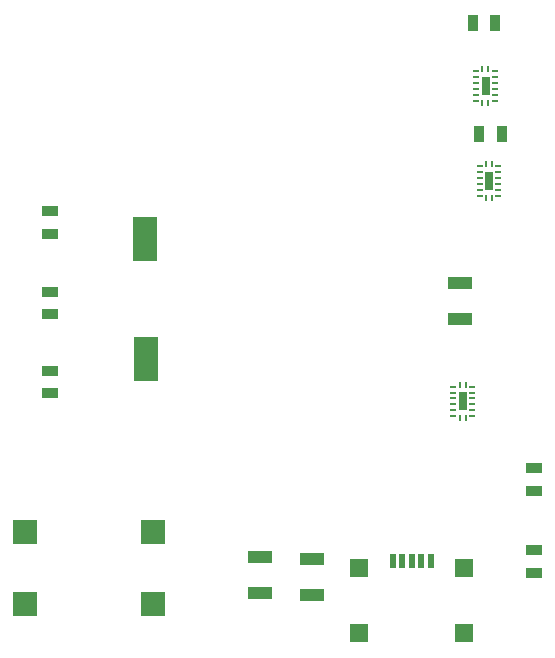
<source format=gtp>
G04 (created by PCBNEW (2013-08-24 BZR 4298)-stable) date Tue 27 Aug 2013 06:43:28 AM PDT*
%MOIN*%
G04 Gerber Fmt 3.4, Leading zero omitted, Abs format*
%FSLAX34Y34*%
G01*
G70*
G90*
G04 APERTURE LIST*
%ADD10C,0.003937*%
%ADD11R,0.063000X0.063000*%
%ADD12R,0.019700X0.047200*%
%ADD13R,0.078700X0.039400*%
%ADD14R,0.055000X0.035000*%
%ADD15R,0.082700X0.149600*%
%ADD16R,0.035000X0.055000*%
%ADD17R,0.078700X0.078700*%
%ADD18R,0.009800X0.023600*%
%ADD19R,0.019700X0.009800*%
%ADD20R,0.027600X0.063000*%
G04 APERTURE END LIST*
G54D10*
G54D11*
X76596Y-52488D03*
X76596Y-54653D03*
X73092Y-52488D03*
G54D12*
X75159Y-52251D03*
X74214Y-52251D03*
X74529Y-52251D03*
X75474Y-52251D03*
X74849Y-52251D03*
G54D11*
X73092Y-54653D03*
G54D13*
X76443Y-42994D03*
X76443Y-44176D03*
X69769Y-52137D03*
X69769Y-53319D03*
X71524Y-52197D03*
X71524Y-53379D03*
G54D14*
X62790Y-44040D03*
X62790Y-43290D03*
G54D15*
X65940Y-41523D03*
X65978Y-45523D03*
G54D16*
X77089Y-38011D03*
X77839Y-38011D03*
X76869Y-34337D03*
X77619Y-34337D03*
G54D14*
X78919Y-49173D03*
X78919Y-49923D03*
X78919Y-51903D03*
X78919Y-52653D03*
X62790Y-45908D03*
X62790Y-46658D03*
X62790Y-41356D03*
X62790Y-40606D03*
G54D17*
X61950Y-53678D03*
X61950Y-51276D03*
X66212Y-53678D03*
X66212Y-51276D03*
G54D18*
X77517Y-39025D03*
X77321Y-39025D03*
X77321Y-40149D03*
G54D19*
X77726Y-40080D03*
X77726Y-39293D03*
X77726Y-39883D03*
X77725Y-39489D03*
X77725Y-39687D03*
X77725Y-39096D03*
X77116Y-39094D03*
X77116Y-39684D03*
X77116Y-39488D03*
X77116Y-39881D03*
X77116Y-39291D03*
X77116Y-40078D03*
G54D18*
X77517Y-40150D03*
G54D20*
X77424Y-39590D03*
G54D18*
X76632Y-46375D03*
X76436Y-46375D03*
X76436Y-47499D03*
G54D19*
X76841Y-47430D03*
X76841Y-46643D03*
X76841Y-47233D03*
X76840Y-46839D03*
X76840Y-47037D03*
X76840Y-46446D03*
X76231Y-46444D03*
X76231Y-47034D03*
X76231Y-46838D03*
X76231Y-47231D03*
X76231Y-46641D03*
X76231Y-47428D03*
G54D18*
X76632Y-47500D03*
G54D20*
X76539Y-46940D03*
G54D18*
X77392Y-35855D03*
X77196Y-35855D03*
X77196Y-36979D03*
G54D19*
X77601Y-36910D03*
X77601Y-36123D03*
X77601Y-36713D03*
X77600Y-36319D03*
X77600Y-36517D03*
X77600Y-35926D03*
X76991Y-35924D03*
X76991Y-36514D03*
X76991Y-36318D03*
X76991Y-36711D03*
X76991Y-36121D03*
X76991Y-36908D03*
G54D18*
X77392Y-36980D03*
G54D20*
X77299Y-36420D03*
M02*

</source>
